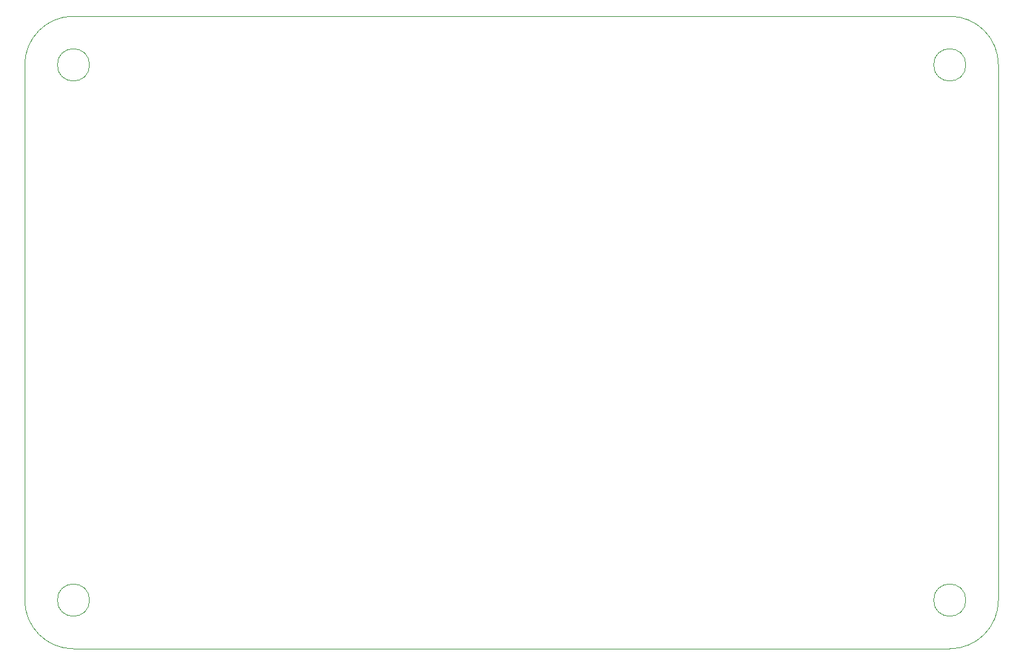
<source format=gm1>
G04 #@! TF.GenerationSoftware,KiCad,Pcbnew,(7.0.0)*
G04 #@! TF.CreationDate,2023-04-17T23:01:26-07:00*
G04 #@! TF.ProjectId,msp-debugger,6d73702d-6465-4627-9567-6765722e6b69,rev?*
G04 #@! TF.SameCoordinates,Original*
G04 #@! TF.FileFunction,Profile,NP*
%FSLAX46Y46*%
G04 Gerber Fmt 4.6, Leading zero omitted, Abs format (unit mm)*
G04 Created by KiCad (PCBNEW (7.0.0)) date 2023-04-17 23:01:26*
%MOMM*%
%LPD*%
G01*
G04 APERTURE LIST*
G04 #@! TA.AperFunction,Profile*
%ADD10C,0.100000*%
G04 #@! TD*
G04 APERTURE END LIST*
D10*
X198950000Y-133350000D02*
G75*
G03*
X198950000Y-133350000I-2100000J0D01*
G01*
X203200000Y-63500000D02*
X203200000Y-133350000D01*
X84650000Y-63500000D02*
G75*
G03*
X84650000Y-63500000I-2100000J0D01*
G01*
X82550000Y-57150000D02*
G75*
G03*
X76200000Y-63500000I0J-6350000D01*
G01*
X82550000Y-57150000D02*
X196850000Y-57150000D01*
X198950000Y-63500000D02*
G75*
G03*
X198950000Y-63500000I-2100000J0D01*
G01*
X203200000Y-63500000D02*
G75*
G03*
X196850000Y-57150000I-6350000J0D01*
G01*
X196850000Y-139700000D02*
G75*
G03*
X203200000Y-133350000I0J6350000D01*
G01*
X76200000Y-133350000D02*
X76200000Y-63500000D01*
X82550000Y-139700000D02*
X196850000Y-139700000D01*
X84650000Y-133350000D02*
G75*
G03*
X84650000Y-133350000I-2100000J0D01*
G01*
X76200000Y-133350000D02*
G75*
G03*
X82550000Y-139700000I6350000J0D01*
G01*
M02*

</source>
